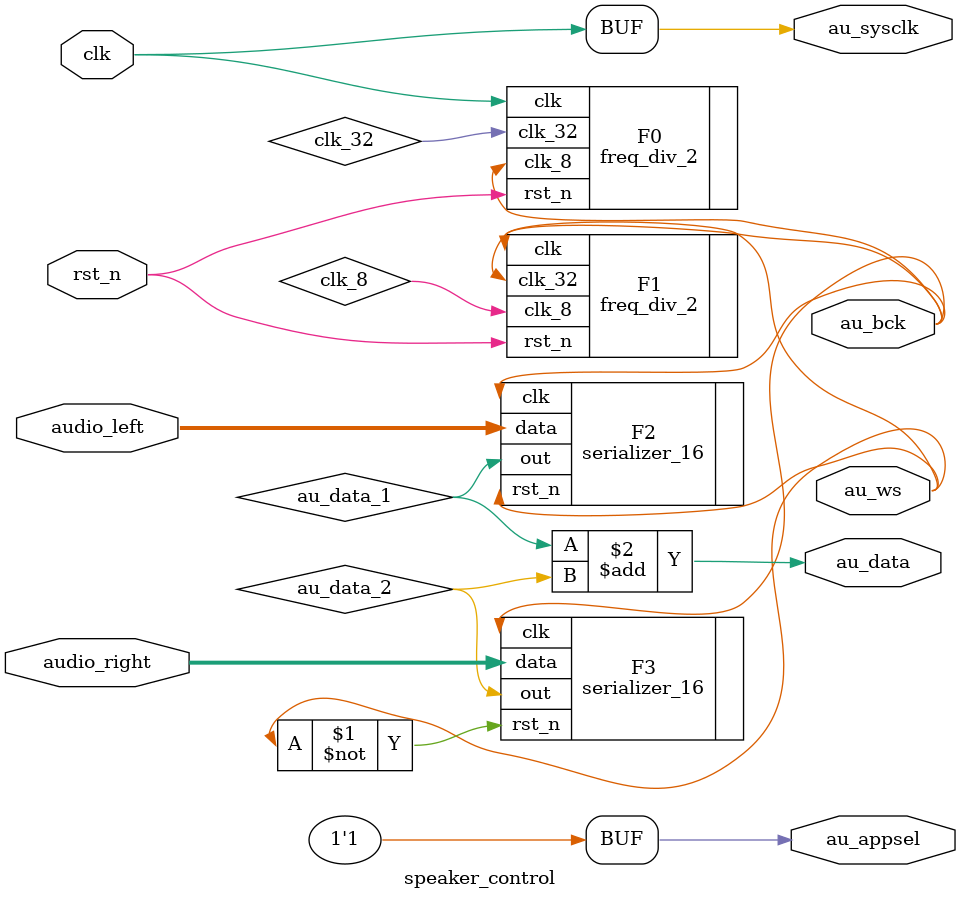
<source format=v>
`timescale 1ns / 1ps
module speaker_control(clk, rst_n, audio_left, audio_right, au_appsel, au_sysclk, au_bck, au_ws, au_data);

input clk;
input rst_n;
input [15:0]audio_left;
input [15:0]audio_right;
output au_appsel;
output au_sysclk, au_bck, au_ws;
output au_data;
wire clk_32,clk_8,au_data_1,au_data_2;//clk_32 is clk freq/32//clk_8 is clk freq/8

assign au_sysclk=clk;
assign au_appsel=1;
freq_div_2 F0( .clk_32(clk_32),.clk_8(au_bck),.clk(clk), .rst_n(rst_n));
freq_div_2 F1( .clk_32(au_ws),.clk_8(clk_8),.clk(au_bck), .rst_n(rst_n));
serializer_16 F2(.out(au_data_1), .data(audio_left), .clk(au_bck), .rst_n(au_ws));//ws 1/2¶g´Á¤º¦³16bitªºau_left
serializer_16 F3(.out(au_data_2), .data(audio_right), .clk(au_bck), .rst_n(~au_ws));//ws 1/2¶g´Á¤º¦³16bitªºau_right

assign au_data=au_data_1+au_data_2;

endmodule

</source>
